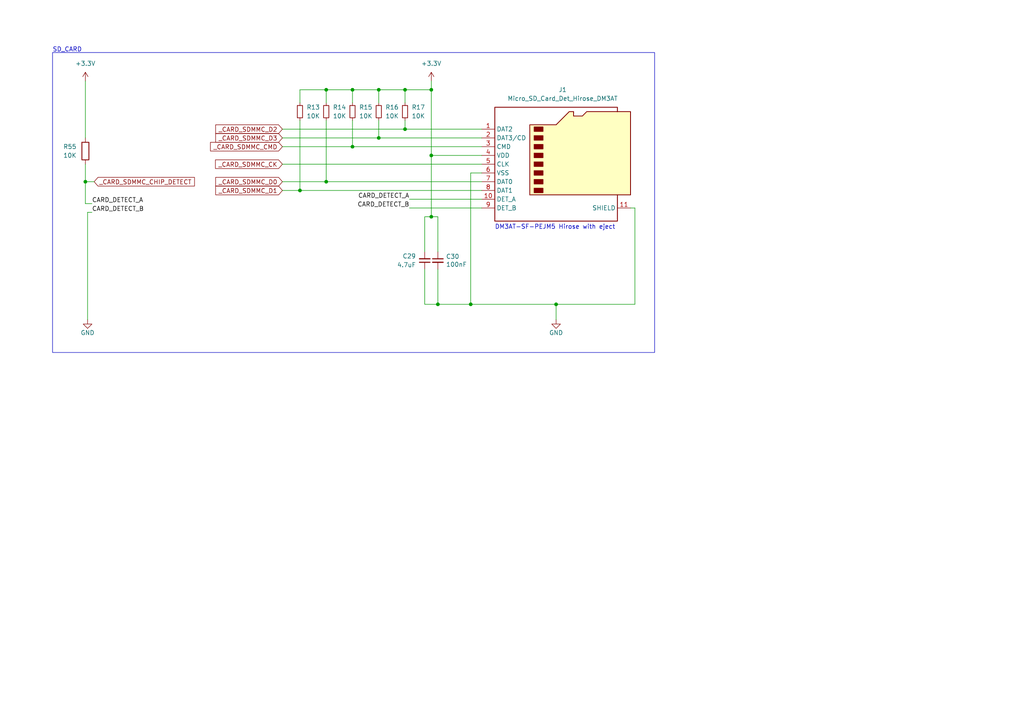
<source format=kicad_sch>
(kicad_sch (version 20231120) (generator "eeschema") (generator_version "8.0")
  (paper "A4")
  (lib_symbols
    (symbol "Connector:Micro_SD_Card_Det_Hirose_DM3AT"
      (property "Reference" "J" (at -16.51 17.78 0))
      (property "Value" "Micro_SD_Card_Det_Hirose_DM3AT" (at 16.51 17.78 0))
      (symbol "Micro_SD_Card_Det_Hirose_DM3AT_0_1"
        (rectangle (start -7.62 -6.985) (end -5.08 -8.255) (stroke (width 0.254)) (fill (type outline)))
        (rectangle (start -7.62 -4.445) (end -5.08 -5.715) (stroke (width 0.254)) (fill (type outline)))
        (rectangle (start -7.62 -1.905) (end -5.08 -3.175) (stroke (width 0.254)) (fill (type outline)))
        (rectangle (start -7.62 0.635) (end -5.08 -0.635) (stroke (width 0.254)) (fill (type outline)))
        (rectangle (start -7.62 3.175) (end -5.08 1.905) (stroke (width 0.254)) (fill (type outline)))
        (rectangle (start -7.62 5.715) (end -5.08 4.445) (stroke (width 0.254)) (fill (type outline)))
        (rectangle (start -7.62 8.255) (end -5.08 6.985) (stroke (width 0.254)) (fill (type outline)))
        (rectangle (start -7.62 10.795) (end -5.08 9.525) (stroke (width 0.254)) (fill (type outline)))
        (polyline (pts (xy 16.51 15.24) (xy 16.51 16.51) (xy -19.05 16.51) (xy -19.05 -16.51) (xy 16.51 -16.51) (xy 16.51 -8.89)) (stroke (width 0.254)))
        (polyline (pts (xy -8.89 -8.89) (xy -8.89 11.43) (xy -1.27 11.43) (xy 2.54 15.24) (xy 3.81 15.24) (xy 3.81 13.97) (xy 6.35 13.97) (xy 7.62 15.24) (xy 20.32 15.24) (xy 20.32 -8.89) (xy -8.89 -8.89)) (stroke (width 0.254)) (fill (type background)))
      )
      (symbol "Micro_SD_Card_Det_Hirose_DM3AT_1_1"
        (pin bidirectional line (at -22.86 10.16 0) (length 3.81) (name "DAT2") (number "1"))
        (pin passive line (at -22.86 -10.16 0) (length 3.81) (name "DET_A") (number "10"))
        (pin passive line (at 20.32 -12.7 180) (length 3.81) (name "SHIELD") (number "11"))
        (pin bidirectional line (at -22.86 7.62 0) (length 3.81) (name "DAT3/CD") (number "2"))
        (pin input line (at -22.86 5.08 0) (length 3.81) (name "CMD") (number "3"))
        (pin power_in line (at -22.86 2.54 0) (length 3.81) (name "VDD") (number "4"))
        (pin input line (at -22.86 0 0) (length 3.81) (name "CLK") (number "5"))
        (pin power_in line (at -22.86 -2.54 0) (length 3.81) (name "VSS") (number "6"))
        (pin bidirectional line (at -22.86 -5.08 0) (length 3.81) (name "DAT0") (number "7"))
        (pin bidirectional line (at -22.86 -7.62 0) (length 3.81) (name "DAT1") (number "8"))
        (pin passive line (at -22.86 -12.7 0) (length 3.81) (name "DET_B") (number "9"))
      )
    )
    (symbol "Device:C_Small" (pin_numbers hide) (pin_names (offset 0.254) hide)
      (property "Reference" "C" (at 0.254 1.778 0))
      (property "Value" "C_Small" (at 0.254 -2.032 0))
      (symbol "C_Small_0_1"
        (polyline (pts (xy -1.524 -0.508) (xy 1.524 -0.508)) (stroke (width 0.3302)))
        (polyline (pts (xy -1.524 0.508) (xy 1.524 0.508)) (stroke (width 0.3048)))
      )
      (symbol "C_Small_1_1"
        (pin passive line (at 0 2.54 270) (length 2.032) (name "~") (number "1"))
        (pin passive line (at 0 -2.54 90) (length 2.032) (name "~") (number "2"))
      )
    )
    (symbol "Device:R" (pin_numbers hide) (pin_names (offset 0))
      (property "Reference" "R" (at 2.032 0 90))
      (property "Value" "R" (at 0 0 90))
      (symbol "R_0_1"
        (rectangle (start -1.016 -2.54) (end 1.016 2.54) (stroke (width 0.254)))
      )
      (symbol "R_1_1"
        (pin passive line (at 0 3.81 270) (length 1.27) (name "~") (number "1"))
        (pin passive line (at 0 -3.81 90) (length 1.27) (name "~") (number "2"))
      )
    )
    (symbol "Device:R_Small" (pin_numbers hide) (pin_names (offset 0.254) hide)
      (property "Reference" "R" (at 0.762 0.508 0))
      (property "Value" "R_Small" (at 0.762 -1.016 0))
      (symbol "R_Small_0_1"
        (rectangle (start -0.762 1.778) (end 0.762 -1.778) (stroke (width 0.2032)))
      )
      (symbol "R_Small_1_1"
        (pin passive line (at 0 2.54 270) (length 0.762) (name "~") (number "1"))
        (pin passive line (at 0 -2.54 90) (length 0.762) (name "~") (number "2"))
      )
    )
    (symbol "power:+3.3V" (power) (pin_names (offset 0))
      (property "Value" "+3.3V" (at 0 3.556 0))
      (symbol "+3.3V_0_1"
        (polyline (pts (xy -0.762 1.27) (xy 0 2.54)))
        (polyline (pts (xy 0 0) (xy 0 2.54)))
        (polyline (pts (xy 0 2.54) (xy 0.762 1.27)))
      )
      (symbol "+3.3V_1_1"
        (pin power_in line (at 0 0 90) (length 0) hide (name "+3.3V") (number "1"))
      )
    )
    (symbol "power:GND" (power) (pin_names (offset 0))
      (property "Value" "GND" (at 0 -3.81 0))
      (symbol "GND_0_1"
        (polyline (pts (xy 0 0) (xy 0 -1.27) (xy 1.27 -1.27) (xy 0 -2.54) (xy -1.27 -1.27) (xy 0 -1.27)))
      )
      (symbol "GND_1_1"
        (pin power_in line (at 0 0 270) (length 0) hide (name "GND") (number "1"))
      )
    )
  )
  (junction (at 125.095 62.865))
  (junction (at 86.995 55.245))
  (junction (at 136.525 88.265))
  (junction (at 117.475 26.035))
  (junction (at 125.095 45.085))
  (junction (at 109.855 26.035))
  (junction (at 94.615 26.035))
  (junction (at 109.855 40.005))
  (junction (at 24.765 52.705))
  (junction (at 102.235 42.545))
  (junction (at 125.095 26.035))
  (junction (at 117.475 37.465))
  (junction (at 94.615 52.705))
  (junction (at 161.29 88.265))
  (junction (at 102.235 26.035))
  (junction (at 127 88.265))
  (wire (pts (xy 94.615 26.035) (xy 94.615 29.845)))
  (wire (pts (xy 86.995 26.035) (xy 94.615 26.035)))
  (wire (pts (xy 102.235 42.545) (xy 139.7 42.545)))
  (wire (pts (xy 127 78.105) (xy 127 88.265)))
  (wire (pts (xy 81.915 55.245) (xy 86.995 55.245)))
  (wire (pts (xy 24.765 47.625) (xy 24.765 52.705)))
  (wire (pts (xy 123.19 78.105) (xy 123.19 88.265)))
  (wire (pts (xy 109.855 26.035) (xy 117.475 26.035)))
  (wire (pts (xy 81.915 42.545) (xy 102.235 42.545)))
  (wire (pts (xy 118.745 57.785) (xy 139.7 57.785)))
  (wire (pts (xy 117.475 26.035) (xy 125.095 26.035)))
  (wire (pts (xy 161.29 92.71) (xy 161.29 88.265)))
  (wire (pts (xy 127 62.865) (xy 125.095 62.865)))
  (wire (pts (xy 136.525 50.165) (xy 139.7 50.165)))
  (wire (pts (xy 109.855 26.035) (xy 109.855 29.845)))
  (wire (pts (xy 118.745 60.325) (xy 139.7 60.325)))
  (wire (pts (xy 136.525 88.265) (xy 161.29 88.265)))
  (wire (pts (xy 125.095 45.085) (xy 139.7 45.085)))
  (wire (pts (xy 25.4 61.595) (xy 25.4 92.71)))
  (wire (pts (xy 109.855 40.005) (xy 139.7 40.005)))
  (wire (pts (xy 102.235 26.035) (xy 109.855 26.035)))
  (wire (pts (xy 184.15 60.325) (xy 184.15 88.265)))
  (wire (pts (xy 24.765 59.055) (xy 26.67 59.055)))
  (wire (pts (xy 94.615 34.925) (xy 94.615 52.705)))
  (wire (pts (xy 102.235 34.925) (xy 102.235 42.545)))
  (wire (pts (xy 125.095 45.085) (xy 125.095 62.865)))
  (wire (pts (xy 27.305 52.705) (xy 24.765 52.705)))
  (wire (pts (xy 117.475 34.925) (xy 117.475 37.465)))
  (wire (pts (xy 86.995 34.925) (xy 86.995 55.245)))
  (wire (pts (xy 117.475 26.035) (xy 117.475 29.845)))
  (wire (pts (xy 24.765 52.705) (xy 24.765 59.055)))
  (wire (pts (xy 123.19 62.865) (xy 123.19 73.025)))
  (wire (pts (xy 81.915 52.705) (xy 94.615 52.705)))
  (wire (pts (xy 25.4 61.595) (xy 26.67 61.595)))
  (wire (pts (xy 184.15 60.325) (xy 182.88 60.325)))
  (wire (pts (xy 125.095 62.865) (xy 123.19 62.865)))
  (wire (pts (xy 127 62.865) (xy 127 73.025)))
  (wire (pts (xy 102.235 26.035) (xy 102.235 29.845)))
  (wire (pts (xy 125.095 26.035) (xy 125.095 45.085)))
  (wire (pts (xy 117.475 37.465) (xy 139.7 37.465)))
  (wire (pts (xy 81.915 47.625) (xy 139.7 47.625)))
  (wire (pts (xy 109.855 34.925) (xy 109.855 40.005)))
  (wire (pts (xy 184.15 88.265) (xy 161.29 88.265)))
  (wire (pts (xy 86.995 29.845) (xy 86.995 26.035)))
  (wire (pts (xy 94.615 52.705) (xy 139.7 52.705)))
  (wire (pts (xy 86.995 55.245) (xy 139.7 55.245)))
  (wire (pts (xy 125.095 23.495) (xy 125.095 26.035)))
  (wire (pts (xy 136.525 50.165) (xy 136.525 88.265)))
  (wire (pts (xy 127 88.265) (xy 136.525 88.265)))
  (wire (pts (xy 127 88.265) (xy 123.19 88.265)))
  (wire (pts (xy 94.615 26.035) (xy 102.235 26.035)))
  (wire (pts (xy 81.915 37.465) (xy 117.475 37.465)))
  (wire (pts (xy 24.765 23.495) (xy 24.765 40.005)))
  (wire (pts (xy 81.915 40.005) (xy 109.855 40.005)))
  (rectangle (start 15.24 15.24) (end 189.865 102.235))
  (text "SD_CARD" (at 15.24 15.24 0) (effects (font (size 1.27 1.27)) (justify left bottom)))
  (text "DM3AT-SF-PEJM5 Hirose with eject" (at 143.51 66.675 0) (effects (font (size 1.27 1.27)) (justify left bottom)))
  (label "CARD_DETECT_A" (at 118.745 57.785 180))
  (label "CARD_DETECT_B" (at 26.67 61.595 0))
  (label "CARD_DETECT_A" (at 26.67 59.055 0))
  (label "CARD_DETECT_B" (at 118.745 60.325 180))
  (global_label "_CARD_SDMMC_D3" (shape input) (at 81.915 40.005 180) (property "Intersheetrefs" "${INTERSHEET_REFS}" (effects (hide yes))))
  (global_label "_CARD_SDMMC_CK" (shape input) (at 81.915 47.625 180) (property "Intersheetrefs" "${INTERSHEET_REFS}" (effects (hide yes))))
  (global_label "_CARD_SDMMC_D0" (shape input) (at 81.915 52.705 180) (property "Intersheetrefs" "${INTERSHEET_REFS}" (effects (hide yes))))
  (global_label "_CARD_SDMMC_D2" (shape input) (at 81.915 37.465 180) (property "Intersheetrefs" "${INTERSHEET_REFS}" (effects (hide yes))))
  (global_label "_CARD_SDMMC_CHIP_DETECT" (shape input) (at 27.305 52.705 0) (property "Intersheetrefs" "${INTERSHEET_REFS}" (effects (hide yes))))
  (global_label "_CARD_SDMMC_CMD" (shape input) (at 81.915 42.545 180) (property "Intersheetrefs" "${INTERSHEET_REFS}" (effects (hide yes))))
  (global_label "_CARD_SDMMC_D1" (shape input) (at 81.915 55.245 180) (property "Intersheetrefs" "${INTERSHEET_REFS}" (effects (hide yes))))
  (symbol (lib_id "power:+3.3V") (at 125.095 23.495 0) (unit 1)
    (property "Reference" "#PWR040" (effects (hide yes)))
    (property "Value" "+3.3V" (at 125.095 18.415 0))
  )
  (symbol (lib_id "power:GND") (at 25.4 92.71 0) (unit 1)
    (property "Reference" "#PWR081" (effects (hide yes)))
    (property "Value" "GND" (at 25.4 96.52 0))
    (instances (project "KLST_SHEEP" (path "" (reference "#PWR081") (unit 1))) (project "KLST_PANDA" (path "" (reference "#PWR039") (unit 1))))
  )
  (symbol (lib_id "power:+3.3V") (at 24.765 23.495 0) (unit 1)
    (property "Reference" "#PWR038" (effects (hide yes)))
    (property "Value" "+3.3V" (at 24.765 18.415 0))
  )
  (symbol (lib_id "power:GND") (at 161.29 92.71 0) (unit 1)
    (property "Reference" "#PWR041" (effects (hide yes)))
    (property "Value" "GND" (at 161.29 96.52 0))
  )
  (symbol (lib_id "Device:R_Small") (at 117.475 32.385 0) (unit 1)
    (property "Reference" "R17" (at 119.38 31.115 0) (effects (justify left)))
    (property "Value" "10K" (at 119.38 33.655 0) (effects (justify left)))
    (property "Footprint" "Resistor_SMD:R_0402_1005Metric" (effects (hide yes)))
    (property "Description" "62.5mW" (effects (hide yes)))
    (property "JLCPCB" "C25744" (effects (hide yes)))
  )
  (symbol (lib_id "Device:R_Small") (at 109.855 32.385 0) (unit 1)
    (property "Reference" "R16" (at 111.76 31.115 0) (effects (justify left)))
    (property "Value" "10K" (at 111.76 33.655 0) (effects (justify left)))
    (property "Footprint" "Resistor_SMD:R_0402_1005Metric" (effects (hide yes)))
    (property "Description" "62.5mW" (effects (hide yes)))
    (property "JLCPCB" "C25744" (effects (hide yes)))
  )
  (symbol (lib_id "Device:R_Small") (at 102.235 32.385 0) (unit 1)
    (property "Reference" "R15" (at 104.14 31.115 0) (effects (justify left)))
    (property "Value" "10K" (at 104.14 33.655 0) (effects (justify left)))
    (property "Footprint" "Resistor_SMD:R_0402_1005Metric" (effects (hide yes)))
    (property "Description" "62.5mW" (effects (hide yes)))
    (property "JLCPCB" "C25744" (effects (hide yes)))
  )
  (symbol (lib_id "Connector:Micro_SD_Card_Det_Hirose_DM3AT") (at 162.56 47.625 0) (unit 1)
    (property "Reference" "J1" (at 163.195 26.035 0))
    (property "Value" "Micro_SD_Card_Det_Hirose_DM3AT" (at 163.195 28.575 0))
    (property "Footprint" "Connector_Card:microSD_HC_Hirose_DM3AT-SF-PEJM5" (effects (hide yes)))
    (property "Datasheet" "https://www.hirose.com/product/en/download_file/key_name/DM3/category/Catalog/doc_file_id/49662/?file_category_id=4&item_id=195&is_series=1" (effects (hide yes)))
    (property "JLCPCB" "C114218" (effects (hide yes)))
  )
  (symbol (lib_id "Device:C_Small") (at 127 75.565 0) (unit 1)
    (property "Reference" "C30" (at 129.3368 74.3966 0) (effects (justify left)))
    (property "Value" "100nF" (at 129.3368 76.708 0) (effects (justify left)))
    (property "Footprint" "Capacitor_SMD:C_0402_1005Metric" (effects (hide yes)))
    (property "Description" "16V" (effects (hide yes)))
    (property "JLCPCB" "C1525" (effects (hide yes)))
  )
  (symbol (lib_id "Device:R_Small") (at 86.995 32.385 0) (unit 1)
    (property "Reference" "R13" (at 88.9 31.115 0) (effects (justify left)))
    (property "Value" "10K" (at 88.9 33.655 0) (effects (justify left)))
    (property "Footprint" "Resistor_SMD:R_0402_1005Metric" (effects (hide yes)))
    (property "Description" "62.5mW" (effects (hide yes)))
    (property "JLCPCB" "C25744" (effects (hide yes)))
  )
  (symbol (lib_id "Device:C_Small") (at 123.19 75.565 0) (mirror x) (unit 1)
    (property "Reference" "C29" (at 120.65 74.295 0) (effects (justify right)))
    (property "Value" "4.7uF" (at 120.65 76.835 0) (effects (justify right)))
    (property "Footprint" "Capacitor_SMD:C_0402_1005Metric" (effects (hide yes)))
    (property "Description" "10V" (effects (hide yes)))
    (property "JLCPCB" "C23733" (effects (hide yes)))
  )
  (symbol (lib_id "Device:R_Small") (at 94.615 32.385 0) (unit 1)
    (property "Reference" "R14" (at 96.52 31.115 0) (effects (justify left)))
    (property "Value" "10K" (at 96.52 33.655 0) (effects (justify left)))
    (property "Footprint" "Resistor_SMD:R_0402_1005Metric" (effects (hide yes)))
    (property "Description" "62.5mW" (effects (hide yes)))
    (property "JLCPCB" "C25744" (effects (hide yes)))
  )
  (symbol (lib_id "Device:R") (at 24.765 43.815 180) (unit 1)
    (property "Reference" "R55" (at 22.225 42.545 0) (effects (justify left)))
    (property "Value" "10K" (at 22.225 45.085 0) (effects (justify left)))
    (property "Footprint" "Resistor_SMD:R_0402_1005Metric" (effects (hide yes)))
    (property "Description" "62.5mW" (effects (hide yes)))
    (property "JLCPCB" "C25744" (effects (hide yes)))
    (instances (project "KLST_SHEEP" (path "" (reference "R55") (unit 1))) (project "KLST_PANDA" (path "" (reference "R12") (unit 1))))
  )
)
</source>
